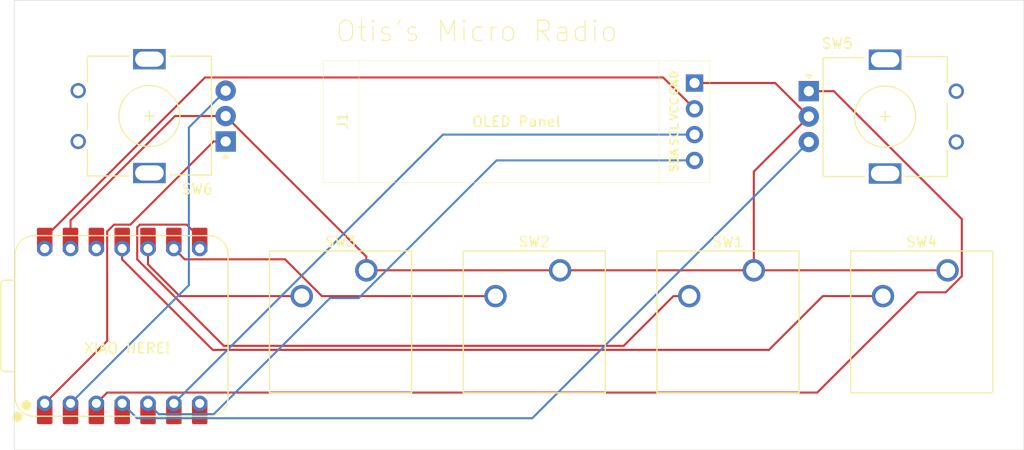
<source format=kicad_pcb>
(kicad_pcb (version 20241229) (generator "pcbnew") (generator_version "9.0")
  (layers (0 "F.Cu" signal) (2 "B.Cu" signal) (13 "F.Paste" user) (15 "B.Paste" user) (5 "F.SilkS" user "F.Silkscreen") (7 "B.SilkS" user "B.Silkscreen") (1 "F.Mask" user) (3 "B.Mask" user) (25 "Edge.Cuts" user))
  (net 0 "")
  (net 1 "SDA")
  (net 2 "GND")
  (net 3 "+5V")
  (net 4 "SCL")
  (net 5 "Net-(U1-GPIO1{slash}RX)")
  (net 6 "Net-(U1-GPIO2{slash}SCK)")
  (net 7 "Net-(U1-GPIO4{slash}MISO)")
  (net 8 "Net-(U1-GPIO3{slash}MOSI)")
  (net 9 "Net-(U1-GPIO29{slash}ADC3{slash}A3)")
  (net 10 "Net-(U1-GPIO28{slash}ADC2{slash}A2)")
  (net 11 "Net-(U1-GPIO26{slash}ADC0{slash}A0)")
  (net 12 "Net-(U1-GPIO27{slash}ADC1{slash}A1)")
  (footprint "Oled:SSD1306-0.91-OLED-4pin-128x32" (layer "F.Cu") (at 100.385 117.165)
    (property "Reference" "J1" (at 1.9 5.91 90) (layer "F.SilkS"))
    (property "Value" "SSD1306_0.91_4Pin Oled")
    (fp_line (start 0 0) (end 0 12) (stroke (width 0.04)) (layer "F.SilkS"))
    (fp_line (start 0 12) (end 38 12) (stroke (width 0.04)) (layer "F.SilkS"))
    (fp_line (start 3.5 0) (end 3.5 12) (stroke (width 0.04)) (layer "F.SilkS"))
    (fp_line (start 33 0) (end 33 12) (stroke (width 0.04)) (layer "F.SilkS"))
    (fp_line (start 38 0) (end 0 0) (stroke (width 0.04)) (layer "F.SilkS"))
    (fp_line (start 38 12) (end 38 0) (stroke (width 0.04)) (layer "F.SilkS"))
    (fp_text user "SCL" (at 34.5 7.27 270) (layer "F.SilkS") (effects (font (size 0.8 0.8))))
    (fp_text user "GND" (at 34.5 2.19 270) (layer "F.SilkS") (effects (font (size 0.8 0.8))))
    (fp_text user "SDA" (at 34.5 9.81 270) (layer "F.SilkS") (effects (font (size 0.8 0.8) (thickness 0.1875) (bold yes))))
    (fp_text user "VCC" (at 34.5 4.73 270) (layer "F.SilkS") (effects (font (size 0.8 0.8))))
    (fp_text user "OLED Panel" (at 19 6 0) (layer "F.SilkS"))
    (pad "1" thru_hole rect (at 36.5 2.19) (size 1.7 1.7) (drill 1) (layers "*.Cu" "*.Mask") (net 2 "GND"))
    (pad "2" thru_hole oval (at 36.5 4.73) (size 1.7 1.7) (drill 1) (layers "*.Cu" "*.Mask") (net 3 "+5V"))
    (pad "3" thru_hole oval (at 36.5 7.27) (size 1.7 1.7) (drill 1) (layers "*.Cu" "*.Mask") (net 4 "SCL"))
    (pad "4" thru_hole oval (at 36.5 9.81) (size 1.7 1.7) (drill 1) (layers "*.Cu" "*.Mask") (net 1 "SDA"))
  )
  (footprint "Button_Switch_Keyboard:SW_Cherry_MX_1.00u_PCB" (layer "F.Cu") (at 104.61625 137.795)
    (property "Reference" "SW3" (at -2.54 -2.794 0) (layer "F.SilkS"))
    (property "Value" "SW_Push")
    (fp_line (start -9.525 -1.905) (end 4.445 -1.905) (stroke (width 0.12)) (layer "F.SilkS"))
    (fp_line (start -9.525 12.065) (end -9.525 -1.905) (stroke (width 0.12)) (layer "F.SilkS"))
    (fp_line (start 4.445 -1.905) (end 4.445 12.065) (stroke (width 0.12)) (layer "F.SilkS"))
    (fp_line (start 4.445 12.065) (end -9.525 12.065) (stroke (width 0.12)) (layer "F.SilkS"))
    (pad "" np_thru_hole circle (at -7.62 5.08) (size 1.7 1.7) (drill 1.7) (layers "*.Cu" "*.Mask"))
    (pad "" np_thru_hole circle (at -2.54 5.08) (size 4 4) (drill 4) (layers "*.Cu" "*.Mask"))
    (pad "" np_thru_hole circle (at 2.54 5.08) (size 1.7 1.7) (drill 1.7) (layers "*.Cu" "*.Mask"))
    (pad "1" thru_hole circle (at 0 0) (size 2.2 2.2) (drill 1.5) (layers "*.Cu" "*.Mask") (net 2 "GND"))
    (pad "2" thru_hole circle (at -6.35 2.54) (size 2.2 2.2) (drill 1.5) (layers "*.Cu" "*.Mask") (net 7 "Net-(U1-GPIO4{slash}MISO)"))
  )
  (footprint "Button_Switch_Keyboard:SW_Cherry_MX_1.00u_PCB" (layer "F.Cu") (at 123.66625 137.795)
    (property "Reference" "SW2" (at -2.54 -2.794 0) (layer "F.SilkS"))
    (property "Value" "SW_Push")
    (fp_line (start -9.525 -1.905) (end 4.445 -1.905) (stroke (width 0.12)) (layer "F.SilkS"))
    (fp_line (start -9.525 12.065) (end -9.525 -1.905) (stroke (width 0.12)) (layer "F.SilkS"))
    (fp_line (start 4.445 -1.905) (end 4.445 12.065) (stroke (width 0.12)) (layer "F.SilkS"))
    (fp_line (start 4.445 12.065) (end -9.525 12.065) (stroke (width 0.12)) (layer "F.SilkS"))
    (pad "" np_thru_hole circle (at -7.62 5.08) (size 1.7 1.7) (drill 1.7) (layers "*.Cu" "*.Mask"))
    (pad "" np_thru_hole circle (at -2.54 5.08) (size 4 4) (drill 4) (layers "*.Cu" "*.Mask"))
    (pad "" np_thru_hole circle (at 2.54 5.08) (size 1.7 1.7) (drill 1.7) (layers "*.Cu" "*.Mask"))
    (pad "1" thru_hole circle (at 0 0) (size 2.2 2.2) (drill 1.5) (layers "*.Cu" "*.Mask") (net 2 "GND"))
    (pad "2" thru_hole circle (at -6.35 2.54) (size 2.2 2.2) (drill 1.5) (layers "*.Cu" "*.Mask") (net 6 "Net-(U1-GPIO2{slash}SCK)"))
  )
  (footprint "OPL:XIAO-RP2040-DIP" (layer "F.Cu") (at 80.61 143.27 90)
    (property "Reference" "U1" (hide yes))
    (property "Value" "XIAO-RP2040-DIP")
    (fp_line (start -3.991272 -11.951) (end 4.004 -11.951) (stroke (width 0.127)) (layer "F.SilkS"))
    (fp_line (start 4.504 -11.451) (end 4.504 -10.541) (stroke (width 0.127)) (layer "F.SilkS"))
    (fp_line (start 6.985 -10.541) (end -6.985 -10.541) (stroke (width 0.1)) (layer "F.SilkS"))
    (fp_line (start 6.985 -10.541) (end -6.985 -10.541) (stroke (width 0.127)) (layer "F.SilkS"))
    (fp_line (start -4.495 -10.541) (end -4.491272 -11.451272) (stroke (width 0.127)) (layer "F.SilkS"))
    (fp_line (start 8.89 8.509) (end 8.89 -8.636) (stroke (width 0.127)) (layer "F.SilkS"))
    (fp_line (start -8.89 8.509) (end -8.89 -8.636) (stroke (width 0.127)) (layer "F.SilkS"))
    (fp_line (start -6.985 10.414) (end 6.985 10.414) (stroke (width 0.127)) (layer "F.SilkS"))
    (fp_arc (start 4.004 -11.951) (mid 4.357553 -11.804553) (end 4.504 -11.451) (stroke (width 0.127)) (layer "F.SilkS"))
    (fp_arc (start -4.491272 -11.451272) (mid -4.344728 -11.80464) (end -3.991272 -11.951) (stroke (width 0.127)) (layer "F.SilkS"))
    (fp_arc (start 6.985 -10.541) (mid 8.332038 -9.983038) (end 8.89 -8.636) (stroke (width 0.127)) (layer "F.SilkS"))
    (fp_arc (start -8.89 -8.636) (mid -8.332038 -9.983038) (end -6.985 -10.541) (stroke (width 0.127)) (layer "F.SilkS"))
    (fp_arc (start 8.89 8.509) (mid 8.332038 9.856038) (end 6.985 10.414) (stroke (width 0.127)) (layer "F.SilkS"))
    (fp_arc (start -6.985 10.414) (mid -8.332038 9.856038) (end -8.89 8.509) (stroke (width 0.127)) (layer "F.SilkS"))
    (fp_circle (center -8.95 -10.3) (end -8.95 -10.554) (stroke (width 0.5)) (fill yes) (layer "F.SilkS"))
    (fp_circle (center -7.807 -9.42) (end -7.807 -9.674) (stroke (width 0.5)) (fill yes) (layer "F.SilkS"))
    (pad "1" smd roundrect (at -8.455 -7.62 270) (size 2.432 1.524) (layers "F.Cu" "F.Mask") (roundrect_rratio 0.1) (net 11 "Net-(U1-GPIO26{slash}ADC0{slash}A0)"))
    (pad "1" thru_hole circle (at -7.62 -7.62 270) (size 1.524 1.524) (drill 0.889) (layers "*.Cu" "*.Mask") (net 11 "Net-(U1-GPIO26{slash}ADC0{slash}A0)"))
    (pad "2" smd roundrect (at -8.455 -5.08 270) (size 2.432 1.524) (layers "F.Cu" "F.Mask") (roundrect_rratio 0.1) (net 12 "Net-(U1-GPIO27{slash}ADC1{slash}A1)"))
    (pad "2" thru_hole circle (at -7.62 -5.08 270) (size 1.524 1.524) (drill 0.889) (layers "*.Cu" "*.Mask") (net 12 "Net-(U1-GPIO27{slash}ADC1{slash}A1)"))
    (pad "3" smd roundrect (at -8.455 -2.54 270) (size 2.432 1.524) (layers "F.Cu" "F.Mask") (roundrect_rratio 0.1) (net 10 "Net-(U1-GPIO28{slash}ADC2{slash}A2)"))
    (pad "3" thru_hole circle (at -7.62 -2.54 270) (size 1.524 1.524) (drill 0.889) (layers "*.Cu" "*.Mask") (net 10 "Net-(U1-GPIO28{slash}ADC2{slash}A2)"))
    (pad "4" smd roundrect (at -8.455 0 270) (size 2.432 1.524) (layers "F.Cu" "F.Mask") (roundrect_rratio 0.1) (net 9 "Net-(U1-GPIO29{slash}ADC3{slash}A3)"))
    (pad "4" thru_hole circle (at -7.62 0 270) (size 1.524 1.524) (drill 0.889) (layers "*.Cu" "*.Mask") (net 9 "Net-(U1-GPIO29{slash}ADC3{slash}A3)"))
    (pad "5" smd roundrect (at -8.455 2.54 270) (size 2.432 1.524) (layers "F.Cu" "F.Mask") (roundrect_rratio 0.1) (net 1 "SDA"))
    (pad "5" thru_hole circle (at -7.62 2.54 270) (size 1.524 1.524) (drill 0.889) (layers "*.Cu" "*.Mask") (net 1 "SDA"))
    (pad "6" smd roundrect (at -8.455 5.08 270) (size 2.432 1.524) (layers "F.Cu" "F.Mask") (roundrect_rratio 0.1) (net 4 "SCL"))
    (pad "6" thru_hole circle (at -7.62 5.08 270) (size 1.524 1.524) (drill 0.889) (layers "*.Cu" "*.Mask") (net 4 "SCL"))
    (pad "7" smd roundrect (at -8.455 7.62 270) (size 2.432 1.524) (layers "F.Cu" "F.Mask") (roundrect_rratio 0.1))
    (pad "7" thru_hole circle (at -7.62 7.62 270) (size 1.524 1.524) (drill 0.889) (layers "*.Cu" "*.Mask"))
    (pad "8" thru_hole circle (at 7.62 7.62 90) (size 1.524 1.524) (drill 0.889) (layers "*.Cu" "*.Mask") (net 5 "Net-(U1-GPIO1{slash}RX)"))
    (pad "8" smd roundrect (at 8.455 7.62 90) (size 2.432 1.524) (layers "F.Cu" "F.Mask") (roundrect_rratio 0.1) (net 5 "Net-(U1-GPIO1{slash}RX)"))
    (pad "9" thru_hole circle (at 7.62 5.08 90) (size 1.524 1.524) (drill 0.889) (layers "*.Cu" "*.Mask") (net 6 "Net-(U1-GPIO2{slash}SCK)"))
    (pad "9" smd roundrect (at 8.455 5.08 90) (size 2.432 1.524) (layers "F.Cu" "F.Mask") (roundrect_rratio 0.1) (net 6 "Net-(U1-GPIO2{slash}SCK)"))
    (pad "10" thru_hole circle (at 7.62 2.54 90) (size 1.524 1.524) (drill 0.889) (layers "*.Cu" "*.Mask") (net 7 "Net-(U1-GPIO4{slash}MISO)"))
    (pad "10" smd roundrect (at 8.455 2.54 90) (size 2.432 1.524) (layers "F.Cu" "F.Mask") (roundrect_rratio 0.1) (net 7 "Net-(U1-GPIO4{slash}MISO)"))
    (pad "11" thru_hole circle (at 7.62 0 90) (size 1.524 1.524) (drill 0.889) (layers "*.Cu" "*.Mask") (net 8 "Net-(U1-GPIO3{slash}MOSI)"))
    (pad "11" smd roundrect (at 8.455 0 90) (size 2.432 1.524) (layers "F.Cu" "F.Mask") (roundrect_rratio 0.1) (net 8 "Net-(U1-GPIO3{slash}MOSI)"))
    (pad "12" thru_hole circle (at 7.62 -2.54 90) (size 1.524 1.524) (drill 0.889) (layers "*.Cu" "*.Mask"))
    (pad "12" smd roundrect (at 8.455 -2.54 90) (size 2.432 1.524) (layers "F.Cu" "F.Mask") (roundrect_rratio 0.1))
    (pad "13" thru_hole circle (at 7.62 -5.08 90) (size 1.524 1.524) (drill 0.889) (layers "*.Cu" "*.Mask") (net 2 "GND"))
    (pad "13" smd roundrect (at 8.455 -5.08 90) (size 2.432 1.524) (layers "F.Cu" "F.Mask") (roundrect_rratio 0.1) (net 2 "GND"))
    (pad "14" thru_hole circle (at 7.62 -7.62 90) (size 1.524 1.524) (drill 0.889) (layers "*.Cu" "*.Mask") (net 3 "+5V"))
    (pad "14" smd roundrect (at 8.455 -7.62 90) (size 2.432 1.524) (layers "F.Cu" "F.Mask") (roundrect_rratio 0.1) (net 3 "+5V"))
  )
  (footprint "Rotary:RotaryEncoder_Alps_EC11E_Vertical_H20mm" (layer "F.Cu") (at 148.125 120.16)
    (property "Reference" "SW5" (at 2.8 -4.7 0) (layer "F.SilkS"))
    (property "Value" "RotaryEncoder")
    (fp_line (start -0.3 -1.6) (end 0.3 -1.6) (stroke (width 0.12)) (layer "F.SilkS"))
    (fp_line (start 0 -1.3) (end -0.3 -1.6) (stroke (width 0.12)) (layer "F.SilkS"))
    (fp_line (start 0.3 -1.6) (end 0 -1.3) (stroke (width 0.12)) (layer "F.SilkS"))
    (fp_line (start 1.4 -3.3) (end 1.4 8.4) (stroke (width 0.12)) (layer "F.SilkS"))
    (fp_line (start 5.5 -3.3) (end 1.4 -3.3) (stroke (width 0.12)) (layer "F.SilkS"))
    (fp_line (start 5.5 8.4) (end 1.4 8.4) (stroke (width 0.12)) (layer "F.SilkS"))
    (fp_line (start 7 2.5) (end 8 2.5) (stroke (width 0.12)) (layer "F.SilkS"))
    (fp_line (start 7.5 2) (end 7.5 3) (stroke (width 0.12)) (layer "F.SilkS"))
    (fp_line (start 9.5 -3.4) (end 13.6 -3.4) (stroke (width 0.12)) (layer "F.SilkS"))
    (fp_line (start 13.6 -3.4) (end 13.6 -0.8) (stroke (width 0.12)) (layer "F.SilkS"))
    (fp_line (start 13.6 1.2) (end 13.6 3.8) (stroke (width 0.12)) (layer "F.SilkS"))
    (fp_line (start 13.6 5.8) (end 13.6 8.4) (stroke (width 0.12)) (layer "F.SilkS"))
    (fp_line (start 13.6 8.4) (end 9.5 8.4) (stroke (width 0.12)) (layer "F.SilkS"))
    (fp_circle (center 7.5 2.5) (end 10.5 2.5) (stroke (width 0.12)) (fill no) (layer "F.SilkS"))
    (pad "" thru_hole circle (at 14.5 0) (size 1.5 1.5) (drill 1) (layers "*.Cu" "*.Mask"))
    (pad "" thru_hole circle (at 14.5 5) (size 1.5 1.5) (drill 1) (layers "*.Cu" "*.Mask"))
    (pad "A" thru_hole rect (at 0 0) (size 2 2) (drill 1) (layers "*.Cu" "*.Mask") (net 10 "Net-(U1-GPIO28{slash}ADC2{slash}A2)"))
    (pad "B" thru_hole circle (at 0 5) (size 2 2) (drill 1) (layers "*.Cu" "*.Mask") (net 9 "Net-(U1-GPIO29{slash}ADC3{slash}A3)"))
    (pad "C" thru_hole circle (at 0 2.5) (size 2 2) (drill 1) (layers "*.Cu" "*.Mask") (net 2 "GND"))
    (pad "MP" thru_hole rect (at 7.5 -3.1) (size 3.2 2) (drill oval 2.8 1.5) (layers "*.Cu" "*.Mask"))
    (pad "MP" thru_hole rect (at 7.5 8.1) (size 3.2 2) (drill oval 2.8 1.5) (layers "*.Cu" "*.Mask"))
  )
  (footprint "Button_Switch_Keyboard:SW_Cherry_MX_1.00u_PCB" (layer "F.Cu") (at 161.76625 137.795)
    (property "Reference" "SW4" (at -2.54 -2.794 0) (layer "F.SilkS"))
    (property "Value" "SW_Push")
    (fp_line (start -9.525 -1.905) (end 4.445 -1.905) (stroke (width 0.12)) (layer "F.SilkS"))
    (fp_line (start -9.525 12.065) (end -9.525 -1.905) (stroke (width 0.12)) (layer "F.SilkS"))
    (fp_line (start 4.445 -1.905) (end 4.445 12.065) (stroke (width 0.12)) (layer "F.SilkS"))
    (fp_line (start 4.445 12.065) (end -9.525 12.065) (stroke (width 0.12)) (layer "F.SilkS"))
    (pad "" np_thru_hole circle (at -7.62 5.08) (size 1.7 1.7) (drill 1.7) (layers "*.Cu" "*.Mask"))
    (pad "" np_thru_hole circle (at -2.54 5.08) (size 4 4) (drill 4) (layers "*.Cu" "*.Mask"))
    (pad "" np_thru_hole circle (at 2.54 5.08) (size 1.7 1.7) (drill 1.7) (layers "*.Cu" "*.Mask"))
    (pad "1" thru_hole circle (at 0 0) (size 2.2 2.2) (drill 1.5) (layers "*.Cu" "*.Mask") (net 2 "GND"))
    (pad "2" thru_hole circle (at -6.35 2.54) (size 2.2 2.2) (drill 1.5) (layers "*.Cu" "*.Mask") (net 8 "Net-(U1-GPIO3{slash}MOSI)"))
  )
  (footprint "Rotary:RotaryEncoder_Alps_EC11E_Vertical_H20mm" (layer "F.Cu") (at 90.785 125.11 180)
    (property "Reference" "SW6" (at 2.8 -4.7 0) (layer "F.SilkS"))
    (property "Value" "RotaryEncoder")
    (fp_line (start 13.6 8.4) (end 9.5 8.4) (stroke (width 0.12)) (layer "F.SilkS"))
    (fp_line (start 13.6 5.8) (end 13.6 8.4) (stroke (width 0.12)) (layer "F.SilkS"))
    (fp_line (start 13.6 1.2) (end 13.6 3.8) (stroke (width 0.12)) (layer "F.SilkS"))
    (fp_line (start 13.6 -3.4) (end 13.6 -0.8) (stroke (width 0.12)) (layer "F.SilkS"))
    (fp_line (start 9.5 -3.4) (end 13.6 -3.4) (stroke (width 0.12)) (layer "F.SilkS"))
    (fp_line (start 7.5 2) (end 7.5 3) (stroke (width 0.12)) (layer "F.SilkS"))
    (fp_line (start 7 2.5) (end 8 2.5) (stroke (width 0.12)) (layer "F.SilkS"))
    (fp_line (start 5.5 8.4) (end 1.4 8.4) (stroke (width 0.12)) (layer "F.SilkS"))
    (fp_line (start 5.5 -3.3) (end 1.4 -3.3) (stroke (width 0.12)) (layer "F.SilkS"))
    (fp_line (start 1.4 -3.3) (end 1.4 8.4) (stroke (width 0.12)) (layer "F.SilkS"))
    (fp_line (start 0.3 -1.6) (end 0 -1.3) (stroke (width 0.12)) (layer "F.SilkS"))
    (fp_line (start 0 -1.3) (end -0.3 -1.6) (stroke (width 0.12)) (layer "F.SilkS"))
    (fp_line (start -0.3 -1.6) (end 0.3 -1.6) (stroke (width 0.12)) (layer "F.SilkS"))
    (fp_circle (center 7.5 2.5) (end 10.5 2.5) (stroke (width 0.12)) (fill no) (layer "F.SilkS"))
    (pad "" thru_hole circle (at 14.5 0 180) (size 1.5 1.5) (drill 1) (layers "*.Cu" "*.Mask"))
    (pad "" thru_hole circle (at 14.5 5 180) (size 1.5 1.5) (drill 1) (layers "*.Cu" "*.Mask"))
    (pad "A" thru_hole rect (at 0 0 180) (size 2 2) (drill 1) (layers "*.Cu" "*.Mask") (net 11 "Net-(U1-GPIO26{slash}ADC0{slash}A0)"))
    (pad "B" thru_hole circle (at 0 5 180) (size 2 2) (drill 1) (layers "*.Cu" "*.Mask") (net 12 "Net-(U1-GPIO27{slash}ADC1{slash}A1)"))
    (pad "C" thru_hole circle (at 0 2.5 180) (size 2 2) (drill 1) (layers "*.Cu" "*.Mask") (net 2 "GND"))
    (pad "MP" thru_hole rect (at 7.5 -3.1 180) (size 3.2 2) (drill oval 2.8 1.5) (layers "*.Cu" "*.Mask"))
    (pad "MP" thru_hole rect (at 7.5 8.1 180) (size 3.2 2) (drill oval 2.8 1.5) (layers "*.Cu" "*.Mask"))
  )
  (footprint "Button_Switch_Keyboard:SW_Cherry_MX_1.00u_PCB" (layer "F.Cu") (at 142.71625 137.795)
    (property "Reference" "SW1" (at -2.54 -2.794 0) (layer "F.SilkS"))
    (property "Value" "SW_Push")
    (fp_line (start -9.525 -1.905) (end 4.445 -1.905) (stroke (width 0.12)) (layer "F.SilkS"))
    (fp_line (start -9.525 12.065) (end -9.525 -1.905) (stroke (width 0.12)) (layer "F.SilkS"))
    (fp_line (start 4.445 -1.905) (end 4.445 12.065) (stroke (width 0.12)) (layer "F.SilkS"))
    (fp_line (start 4.445 12.065) (end -9.525 12.065) (stroke (width 0.12)) (layer "F.SilkS"))
    (pad "" np_thru_hole circle (at -7.62 5.08) (size 1.7 1.7) (drill 1.7) (layers "*.Cu" "*.Mask"))
    (pad "" np_thru_hole circle (at -2.54 5.08) (size 4 4) (drill 4) (layers "*.Cu" "*.Mask"))
    (pad "" np_thru_hole circle (at 2.54 5.08) (size 1.7 1.7) (drill 1.7) (layers "*.Cu" "*.Mask"))
    (pad "1" thru_hole circle (at 0 0) (size 2.2 2.2) (drill 1.5) (layers "*.Cu" "*.Mask") (net 2 "GND"))
    (pad "2" thru_hole circle (at -6.35 2.54) (size 2.2 2.2) (drill 1.5) (layers "*.Cu" "*.Mask") (net 5 "Net-(U1-GPIO1{slash}RX)"))
  )
  (gr_rect (start 70 111.21) (end 169.27 155.48) (stroke (width 0.05)) (fill no) (layer "Edge.Cuts"))
  (gr_text "\nOtis's Micro Radio" (at 101.49 115.43 0) (layer "F.SilkS") (effects (font (size 2 2) (thickness 0.1)) (justify left bottom)))
  (gr_text "XIAO HERE!" (at 76.77 146.04 0) (layer "F.SilkS") (effects (font (size 1 1)) (justify left bottom)))
  (segment (start 103.868564 140.524) (end 101.04572 140.524) (width 0.2) (layer "B.Cu") (net 1))
  (segment (start 101.04572 140.524) (end 89.61672 151.953) (width 0.2) (layer "B.Cu") (net 1))
  (segment (start 136.885 126.975) (end 117.417564 126.975) (width 0.2) (layer "B.Cu") (net 1))
  (segment (start 89.61672 151.953) (end 84.213 151.953) (width 0.2) (layer "B.Cu") (net 1))
  (segment (start 84.213 151.953) (end 83.15 150.89) (width 0.2) (layer "B.Cu") (net 1))
  (segment (start 117.417564 126.975) (end 103.868564 140.524) (width 0.2) (layer "B.Cu") (net 1))
  (segment (start 104.61625 136.44125) (end 90.785 122.61) (width 0.2) (layer "F.Cu") (net 2))
  (segment (start 142.71625 128.06875) (end 148.125 122.66) (width 0.2) (layer "F.Cu") (net 2))
  (segment (start 161.76625 137.795) (end 142.71625 137.795) (width 0.2) (layer "F.Cu") (net 2))
  (segment (start 148.125 122.66) (end 144.82 119.355) (width 0.2) (layer "F.Cu") (net 2))
  (segment (start 123.66625 137.795) (end 142.71625 137.795) (width 0.2) (layer "F.Cu") (net 2))
  (segment (start 90.785 122.61) (end 85.8 122.61) (width 0.2) (layer "F.Cu") (net 2))
  (segment (start 104.61625 137.795) (end 123.66625 137.795) (width 0.2) (layer "F.Cu") (net 2))
  (segment (start 104.61625 137.795) (end 104.61625 136.44125) (width 0.2) (layer "F.Cu") (net 2))
  (segment (start 75.53 132.88) (end 75.53 135.65) (width 0.2) (layer "F.Cu") (net 2))
  (segment (start 85.8 122.61) (end 75.53 132.88) (width 0.2) (layer "F.Cu") (net 2))
  (segment (start 144.82 119.355) (end 136.885 119.355) (width 0.2) (layer "F.Cu") (net 2))
  (segment (start 142.71625 137.795) (end 142.71625 128.06875) (width 0.2) (layer "F.Cu") (net 2))
  (segment (start 133.799 118.809) (end 88.75337 118.809) (width 0.2) (layer "F.Cu") (net 3))
  (segment (start 72.99 134.57237) (end 72.99 135.65) (width 0.2) (layer "F.Cu") (net 3))
  (segment (start 88.75337 118.809) (end 72.99 134.57237) (width 0.2) (layer "F.Cu") (net 3))
  (segment (start 136.885 121.895) (end 133.799 118.809) (width 0.2) (layer "F.Cu") (net 3))
  (segment (start 136.885 124.435) (end 112.145 124.435) (width 0.2) (layer "B.Cu") (net 4))
  (segment (start 112.145 124.435) (end 85.69 150.89) (width 0.2) (layer "B.Cu") (net 4))
  (segment (start 88.23 135.65) (end 88.23 134.57237) (width 0.2) (layer "F.Cu") (net 5))
  (segment (start 134.810616 140.335) (end 136.36625 140.335) (width 0.2) (layer "F.Cu") (net 5))
  (segment (start 82.087 133.559374) (end 82.087 136.7141) (width 0.2) (layer "F.Cu") (net 5))
  (segment (start 86.95563 133.298) (end 82.348374 133.298) (width 0.2) (layer "F.Cu") (net 5))
  (segment (start 88.23 134.57237) (end 86.95563 133.298) (width 0.2) (layer "F.Cu") (net 5))
  (segment (start 129.919616 145.226) (end 134.810616 140.335) (width 0.2) (layer "F.Cu") (net 5))
  (segment (start 90.5989 145.226) (end 129.919616 145.226) (width 0.2) (layer "F.Cu") (net 5))
  (segment (start 82.348374 133.298) (end 82.087 133.559374) (width 0.2) (layer "F.Cu") (net 5))
  (segment (start 82.087 136.7141) (end 90.5989 145.226) (width 0.2) (layer "F.Cu") (net 5))
  (segment (start 100.247564 140.335) (end 96.625564 136.713) (width 0.2) (layer "F.Cu") (net 6))
  (segment (start 86.753 136.713) (end 85.69 135.65) (width 0.2) (layer "F.Cu") (net 6))
  (segment (start 96.625564 136.713) (end 86.753 136.713) (width 0.2) (layer "F.Cu") (net 6))
  (segment (start 117.31625 140.335) (end 100.247564 140.335) (width 0.2) (layer "F.Cu") (net 6))
  (segment (start 83.15 137.21) (end 83.15 135.65) (width 0.2) (layer "F.Cu") (net 7))
  (segment (start 98.26625 140.335) (end 86.275 140.335) (width 0.2) (layer "F.Cu") (net 7))
  (segment (start 86.275 140.335) (end 83.15 137.21) (width 0.2) (layer "F.Cu") (net 7))
  (segment (start 155.41625 140.335) (end 149.49472 140.335) (width 0.2) (layer "F.Cu") (net 8))
  (segment (start 149.49472 140.335) (end 144.20272 145.627) (width 0.2) (layer "F.Cu") (net 8))
  (segment (start 144.20272 145.627) (end 89.50937 145.627) (width 0.2) (layer "F.Cu") (net 8))
  (segment (start 89.50937 145.627) (end 80.61 136.72763) (width 0.2) (layer "F.Cu") (net 8))
  (segment (start 80.61 136.72763) (end 80.61 135.65) (width 0.2) (layer "F.Cu") (net 8))
  (segment (start 148.125 125.16) (end 120.931 152.354) (width 0.2) (layer "B.Cu") (net 9))
  (segment (start 82.074 152.354) (end 80.61 150.89) (width 0.2) (layer "B.Cu") (net 9))
  (segment (start 120.931 152.354) (end 82.074 152.354) (width 0.2) (layer "B.Cu") (net 9))
  (segment (start 158.81587 139.960564) (end 148.949434 149.827) (width 0.2) (layer "F.Cu") (net 10))
  (segment (start 163.16725 132.74725) (end 163.16725 138.375314) (width 0.2) (layer "F.Cu") (net 10))
  (segment (start 148.125 120.16) (end 150.58 120.16) (width 0.2) (layer "F.Cu") (net 10))
  (segment (start 150.58 120.16) (end 163.16725 132.74725) (width 0.2) (layer "F.Cu") (net 10))
  (segment (start 163.16725 138.375314) (end 161.582 139.960564) (width 0.2) (layer "F.Cu") (net 10))
  (segment (start 161.582 139.960564) (end 158.81587 139.960564) (width 0.2) (layer "F.Cu") (net 10))
  (segment (start 148.949434 149.827) (end 79.133 149.827) (width 0.2) (layer "F.Cu") (net 10))
  (segment (start 79.133 149.827) (end 78.07 150.89) (width 0.2) (layer "F.Cu") (net 10))
  (segment (start 79.133 133.973374) (end 79.133 144.747) (width 0.2) (layer "F.Cu") (net 11))
  (segment (start 90.785 125.11) (end 89.599626 125.11) (width 0.2) (layer "F.Cu") (net 11))
  (segment (start 81.411626 133.298) (end 79.808374 133.298) (width 0.2) (layer "F.Cu") (net 11))
  (segment (start 79.133 144.747) (end 72.99 150.89) (width 0.2) (layer "F.Cu") (net 11))
  (segment (start 89.599626 125.11) (end 81.411626 133.298) (width 0.2) (layer "F.Cu") (net 11))
  (segment (start 79.808374 133.298) (end 79.133 133.973374) (width 0.2) (layer "F.Cu") (net 11))
  (segment (start 87.167 123.728) (end 87.167 139.253) (width 0.2) (layer "B.Cu") (net 12))
  (segment (start 90.785 120.11) (end 87.167 123.728) (width 0.2) (layer "B.Cu") (net 12))
  (segment (start 87.167 139.253) (end 75.53 150.89) (width 0.2) (layer "B.Cu") (net 12))
)
</source>
